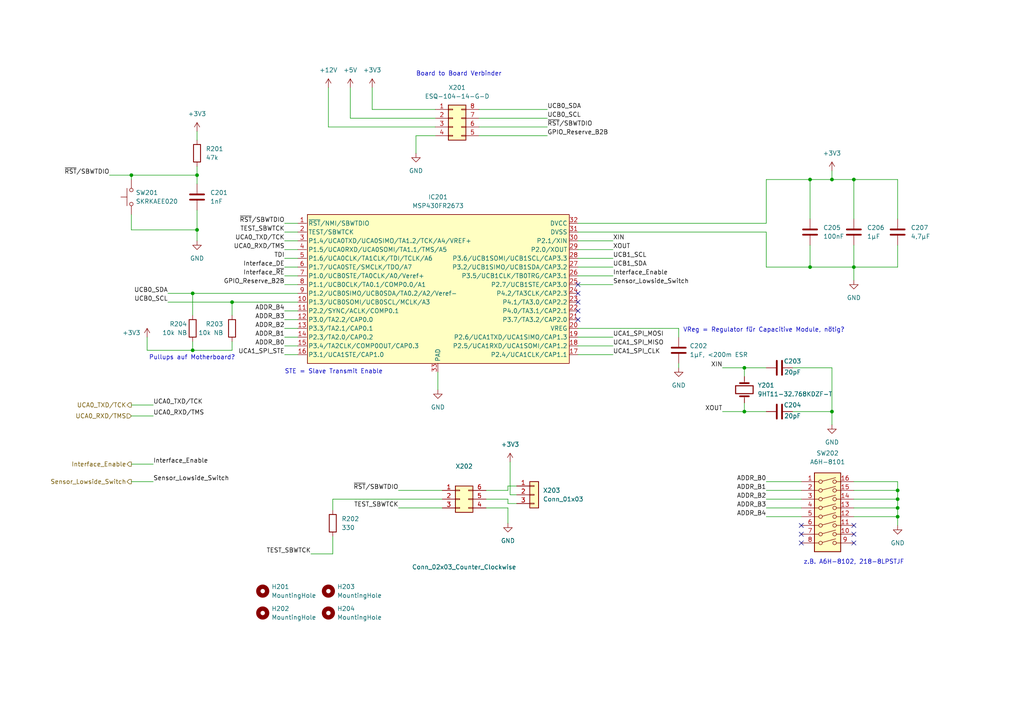
<source format=kicad_sch>
(kicad_sch (version 20211123) (generator eeschema)
  (paper "A4")
  (lib_symbols
    (symbol "Connector_Generic:Conn_01x03" (pin_names (offset 1.016) hide)
      (property "Reference" "J" (at 0 5.08 0))
      (property "Value" "Conn_01x03" (at 0 -5.08 0))
      (symbol "Conn_01x03_1_1"
        (rectangle (start -1.27 -2.413) (end 0 -2.667) (stroke (width 0.1524)))
        (rectangle (start -1.27 0.127) (end 0 -0.127) (stroke (width 0.1524)))
        (rectangle (start -1.27 2.667) (end 0 2.413) (stroke (width 0.1524)))
        (rectangle (start -1.27 3.81) (end 1.27 -3.81) (stroke (width 0.254)) (fill (type background)))
        (pin passive line (at -5.08 2.54 0) (length 3.81) (name "Pin_1") (number "1"))
        (pin passive line (at -5.08 0 0) (length 3.81) (name "Pin_2") (number "2"))
        (pin passive line (at -5.08 -2.54 0) (length 3.81) (name "Pin_3") (number "3"))
      )
    )
    (symbol "Connector_Generic:Conn_02x03_Counter_Clockwise" (pin_names (offset 1.016) hide)
      (property "Reference" "J" (at 1.27 5.08 0))
      (property "Value" "Conn_02x03_Counter_Clockwise" (at 1.27 -5.08 0))
      (symbol "Conn_02x03_Counter_Clockwise_1_1"
        (rectangle (start -1.27 -2.413) (end 0 -2.667) (stroke (width 0.1524)))
        (rectangle (start -1.27 0.127) (end 0 -0.127) (stroke (width 0.1524)))
        (rectangle (start -1.27 2.667) (end 0 2.413) (stroke (width 0.1524)))
        (rectangle (start -1.27 3.81) (end 3.81 -3.81) (stroke (width 0.254)) (fill (type background)))
        (rectangle (start 3.81 -2.413) (end 2.54 -2.667) (stroke (width 0.1524)))
        (rectangle (start 3.81 0.127) (end 2.54 -0.127) (stroke (width 0.1524)))
        (rectangle (start 3.81 2.667) (end 2.54 2.413) (stroke (width 0.1524)))
        (pin passive line (at -5.08 2.54 0) (length 3.81) (name "Pin_1") (number "1"))
        (pin passive line (at -5.08 0 0) (length 3.81) (name "Pin_2") (number "2"))
        (pin passive line (at -5.08 -2.54 0) (length 3.81) (name "Pin_3") (number "3"))
        (pin passive line (at 7.62 -2.54 180) (length 3.81) (name "Pin_4") (number "4"))
        (pin passive line (at 7.62 0 180) (length 3.81) (name "Pin_5") (number "5"))
        (pin passive line (at 7.62 2.54 180) (length 3.81) (name "Pin_6") (number "6"))
      )
    )
    (symbol "Connector_Generic:Conn_02x04_Counter_Clockwise" (pin_names (offset 1.016) hide)
      (property "Reference" "J" (at 1.27 5.08 0))
      (property "Value" "Conn_02x04_Counter_Clockwise" (at 1.27 -7.62 0))
      (symbol "Conn_02x04_Counter_Clockwise_1_1"
        (rectangle (start -1.27 -4.953) (end 0 -5.207) (stroke (width 0.1524)))
        (rectangle (start -1.27 -2.413) (end 0 -2.667) (stroke (width 0.1524)))
        (rectangle (start -1.27 0.127) (end 0 -0.127) (stroke (width 0.1524)))
        (rectangle (start -1.27 2.667) (end 0 2.413) (stroke (width 0.1524)))
        (rectangle (start -1.27 3.81) (end 3.81 -6.35) (stroke (width 0.254)) (fill (type background)))
        (rectangle (start 3.81 -4.953) (end 2.54 -5.207) (stroke (width 0.1524)))
        (rectangle (start 3.81 -2.413) (end 2.54 -2.667) (stroke (width 0.1524)))
        (rectangle (start 3.81 0.127) (end 2.54 -0.127) (stroke (width 0.1524)))
        (rectangle (start 3.81 2.667) (end 2.54 2.413) (stroke (width 0.1524)))
        (pin passive line (at -5.08 2.54 0) (length 3.81) (name "Pin_1") (number "1"))
        (pin passive line (at -5.08 0 0) (length 3.81) (name "Pin_2") (number "2"))
        (pin passive line (at -5.08 -2.54 0) (length 3.81) (name "Pin_3") (number "3"))
        (pin passive line (at -5.08 -5.08 0) (length 3.81) (name "Pin_4") (number "4"))
        (pin passive line (at 7.62 -5.08 180) (length 3.81) (name "Pin_5") (number "5"))
        (pin passive line (at 7.62 -2.54 180) (length 3.81) (name "Pin_6") (number "6"))
        (pin passive line (at 7.62 0 180) (length 3.81) (name "Pin_7") (number "7"))
        (pin passive line (at 7.62 2.54 180) (length 3.81) (name "Pin_8") (number "8"))
      )
    )
    (symbol "Device:C" (pin_numbers hide) (pin_names (offset 0.254))
      (property "Reference" "C" (at 0.635 2.54 0))
      (property "Value" "C" (at 0.635 -2.54 0))
      (symbol "C_0_1"
        (polyline (pts (xy -2.032 -0.762) (xy 2.032 -0.762)) (stroke (width 0.508)))
        (polyline (pts (xy -2.032 0.762) (xy 2.032 0.762)) (stroke (width 0.508)))
      )
      (symbol "C_1_1"
        (pin passive line (at 0 3.81 270) (length 2.794) (name "~") (number "1"))
        (pin passive line (at 0 -3.81 90) (length 2.794) (name "~") (number "2"))
      )
    )
    (symbol "Device:Crystal" (pin_numbers hide) (pin_names (offset 1.016) hide)
      (property "Reference" "Y" (at 0 3.81 0))
      (property "Value" "Crystal" (at 0 -3.81 0))
      (symbol "Crystal_0_1"
        (rectangle (start -1.143 2.54) (end 1.143 -2.54) (stroke (width 0.3048)))
        (polyline (pts (xy -2.54 0) (xy -1.905 0)))
        (polyline (pts (xy -1.905 -1.27) (xy -1.905 1.27)) (stroke (width 0.508)))
        (polyline (pts (xy 1.905 -1.27) (xy 1.905 1.27)) (stroke (width 0.508)))
        (polyline (pts (xy 2.54 0) (xy 1.905 0)))
      )
      (symbol "Crystal_1_1"
        (pin passive line (at -3.81 0 0) (length 1.27) (name "1") (number "1"))
        (pin passive line (at 3.81 0 180) (length 1.27) (name "2") (number "2"))
      )
    )
    (symbol "Device:R" (pin_numbers hide) (pin_names (offset 0))
      (property "Reference" "R" (at 2.032 0 90))
      (property "Value" "R" (at 0 0 90))
      (symbol "R_0_1"
        (rectangle (start -1.016 -2.54) (end 1.016 2.54) (stroke (width 0.254)))
      )
      (symbol "R_1_1"
        (pin passive line (at 0 3.81 270) (length 1.27) (name "~") (number "1"))
        (pin passive line (at 0 -3.81 90) (length 1.27) (name "~") (number "2"))
      )
    )
    (symbol "HER_Symbole:MSP430FR267*"
      (property "Reference" "U?" (at 39.42 2.54 0))
      (property "Value" "MSP430FR267*" (at 39.42 0 0))
      (symbol "MSP430FR267*_0_1"
        (rectangle (start 0.254 -2.54) (end 76.2 -45.72) (stroke (width 0.2)) (fill (type background)))
      )
      (symbol "MSP430FR267*_1_1"
        (pin bidirectional line (at -2.54 -5.08 0) (length 2.54) (name "~{RST}/NMI/SBWTDIO") (number "1"))
        (pin bidirectional line (at -2.54 -27.94 0) (length 2.54) (name "P1.3/UCB0SOMI/UCB0SCL/MCLK/A3") (number "10"))
        (pin bidirectional line (at -2.54 -30.48 0) (length 2.54) (name "P2.2/SYNC/ACLK/COMP0.1") (number "11"))
        (pin bidirectional line (at -2.54 -33.02 0) (length 2.54) (name "P3.0/TA2.2/CAP0.0") (number "12"))
        (pin bidirectional line (at -2.54 -35.56 0) (length 2.54) (name "P3.3/TA2.1/CAP0.1") (number "13"))
        (pin bidirectional line (at -2.54 -38.1 0) (length 2.54) (name "P2.3/TA2.0/CAP0.2") (number "14"))
        (pin bidirectional line (at -2.54 -40.64 0) (length 2.54) (name "P3.4/TA2CLK/COMP0OUT/CAP0.3") (number "15"))
        (pin bidirectional line (at -2.54 -43.18 0) (length 2.54) (name "P3.1/UCA1STE/CAP1.0") (number "16"))
        (pin bidirectional line (at 78.74 -43.18 180) (length 2.54) (name "P2.4/UCA1CLK/CAP1.1") (number "17"))
        (pin bidirectional line (at 78.74 -40.64 180) (length 2.54) (name "P2.5/UCA1RXD/UCA1SOMI/CAP1.2") (number "18"))
        (pin bidirectional line (at 78.74 -38.1 180) (length 2.54) (name "P2.6/UCA1TXD/UCA1SIMO/CAP1.3") (number "19"))
        (pin bidirectional line (at -2.54 -7.62 0) (length 2.54) (name "TEST/SBWTCK") (number "2"))
        (pin bidirectional line (at 78.74 -35.56 180) (length 2.54) (name "VREG") (number "20"))
        (pin bidirectional line (at 78.74 -33.02 180) (length 2.54) (name "P3.7/TA3.2/CAP2.0") (number "21"))
        (pin bidirectional line (at 78.74 -30.48 180) (length 2.54) (name "P4.0/TA3.1/CAP2.1") (number "22"))
        (pin bidirectional line (at 78.74 -27.94 180) (length 2.54) (name "P4.1/TA3.0/CAP2.2") (number "23"))
        (pin bidirectional line (at 78.74 -25.4 180) (length 2.54) (name "P4.2/TA3CLK/CAP2.3") (number "24"))
        (pin bidirectional line (at 78.74 -22.86 180) (length 2.54) (name "P2.7/UCB1STE/CAP3.0") (number "25"))
        (pin bidirectional line (at 78.74 -20.32 180) (length 2.54) (name "P3.5/UCB1CLK/TB0TRG/CAP3.1") (number "26"))
        (pin bidirectional line (at 78.74 -17.78 180) (length 2.54) (name "P3.2/UCB1SIMO/UCB1SDA/CAP3.2") (number "27"))
        (pin bidirectional line (at 78.74 -15.24 180) (length 2.54) (name "P3.6/UCB1SOMI/UCB1SCL/CAP3.3") (number "28"))
        (pin bidirectional line (at 78.74 -12.7 180) (length 2.54) (name "P2.0/XOUT") (number "29"))
        (pin bidirectional line (at -2.54 -10.16 0) (length 2.54) (name "P1.4/UCA0TXD/UCA0SIMO/TA1.2/TCK/A4/VREF+") (number "3"))
        (pin bidirectional line (at 78.74 -10.16 180) (length 2.54) (name "P2.1/XIN") (number "30"))
        (pin power_in line (at 78.74 -7.62 180) (length 2.54) (name "DVSS") (number "31"))
        (pin power_in line (at 78.74 -5.08 180) (length 2.54) (name "DVCC") (number "32"))
        (pin power_in line (at 38.1 -48.26 90) (length 2.54) (name "PAD") (number "33"))
        (pin bidirectional line (at -2.54 -12.7 0) (length 2.54) (name "P1.5/UCA0RXD/UCA0SOMI/TA1.1/TMS/A5") (number "4"))
        (pin bidirectional line (at -2.54 -15.24 0) (length 2.54) (name "P1.6/UCA0CLK/TA1CLK/TDI/TCLK/A6") (number "5"))
        (pin bidirectional line (at -2.54 -17.78 0) (length 2.54) (name "P1.7/UCA0STE/SMCLK/TDO/A7") (number "6"))
        (pin bidirectional line (at -2.54 -20.32 0) (length 2.54) (name "P1.0/UCB0STE/TA0CLK/A0/Veref+") (number "7"))
        (pin bidirectional line (at -2.54 -22.86 0) (length 2.54) (name "P1.1/UCB0CLK/TA0.1/COMP0.0/A1") (number "8"))
        (pin bidirectional line (at -2.54 -25.4 0) (length 2.54) (name "P1.2/UCB0SIMO/UCB0SDA/TA0.2/A2/Veref-") (number "9"))
      )
    )
    (symbol "Mechanical:MountingHole" (pin_names (offset 1.016))
      (property "Reference" "H" (at 0 5.08 0))
      (property "Value" "MountingHole" (at 0 3.175 0))
      (symbol "MountingHole_0_1"
        (circle (center 0 0) (radius 1.27) (stroke (width 1.27)))
      )
    )
    (symbol "Switch:SW_DIP_x08" (pin_names (offset 0) hide)
      (property "Reference" "SW" (at 0 13.97 0))
      (property "Value" "SW_DIP_x08" (at 0 -11.43 0))
      (symbol "SW_DIP_x08_0_0"
        (circle (center -2.032 -7.62) (radius 0.508))
        (circle (center -2.032 -5.08) (radius 0.508))
        (circle (center -2.032 -2.54) (radius 0.508))
        (circle (center -2.032 0) (radius 0.508))
        (circle (center -2.032 2.54) (radius 0.508))
        (circle (center -2.032 5.08) (radius 0.508))
        (circle (center -2.032 7.62) (radius 0.508))
        (circle (center -2.032 10.16) (radius 0.508))
        (polyline (pts (xy -1.524 -7.4676) (xy 2.3622 -6.4262)))
        (polyline (pts (xy -1.524 -4.9276) (xy 2.3622 -3.8862)))
        (polyline (pts (xy -1.524 -2.3876) (xy 2.3622 -1.3462)))
        (polyline (pts (xy -1.524 0.127) (xy 2.3622 1.1684)))
        (polyline (pts (xy -1.524 2.667) (xy 2.3622 3.7084)))
        (polyline (pts (xy -1.524 5.207) (xy 2.3622 6.2484)))
        (polyline (pts (xy -1.524 7.747) (xy 2.3622 8.7884)))
        (polyline (pts (xy -1.524 10.287) (xy 2.3622 11.3284)))
        (circle (center 2.032 -7.62) (radius 0.508))
        (circle (center 2.032 -5.08) (radius 0.508))
        (circle (center 2.032 -2.54) (radius 0.508))
        (circle (center 2.032 0) (radius 0.508))
        (circle (center 2.032 2.54) (radius 0.508))
        (circle (center 2.032 5.08) (radius 0.508))
        (circle (center 2.032 7.62) (radius 0.508))
        (circle (center 2.032 10.16) (radius 0.508))
      )
      (symbol "SW_DIP_x08_0_1"
        (rectangle (start -3.81 12.7) (end 3.81 -10.16) (stroke (width 0.254)) (fill (type background)))
      )
      (symbol "SW_DIP_x08_1_1"
        (pin passive line (at -7.62 10.16 0) (length 5.08) (name "~") (number "1"))
        (pin passive line (at 7.62 -5.08 180) (length 5.08) (name "~") (number "10"))
        (pin passive line (at 7.62 -2.54 180) (length 5.08) (name "~") (number "11"))
        (pin passive line (at 7.62 0 180) (length 5.08) (name "~") (number "12"))
        (pin passive line (at 7.62 2.54 180) (length 5.08) (name "~") (number "13"))
        (pin passive line (at 7.62 5.08 180) (length 5.08) (name "~") (number "14"))
        (pin passive line (at 7.62 7.62 180) (length 5.08) (name "~") (number "15"))
        (pin passive line (at 7.62 10.16 180) (length 5.08) (name "~") (number "16"))
        (pin passive line (at -7.62 7.62 0) (length 5.08) (name "~") (number "2"))
        (pin passive line (at -7.62 5.08 0) (length 5.08) (name "~") (number "3"))
        (pin passive line (at -7.62 2.54 0) (length 5.08) (name "~") (number "4"))
        (pin passive line (at -7.62 0 0) (length 5.08) (name "~") (number "5"))
        (pin passive line (at -7.62 -2.54 0) (length 5.08) (name "~") (number "6"))
        (pin passive line (at -7.62 -5.08 0) (length 5.08) (name "~") (number "7"))
        (pin passive line (at -7.62 -7.62 0) (length 5.08) (name "~") (number "8"))
        (pin passive line (at 7.62 -7.62 180) (length 5.08) (name "~") (number "9"))
      )
    )
    (symbol "Switch:SW_Push" (pin_numbers hide) (pin_names (offset 1.016) hide)
      (property "Reference" "SW" (at 1.27 2.54 0))
      (property "Value" "SW_Push" (at 0 -1.524 0))
      (symbol "SW_Push_0_1"
        (circle (center -2.032 0) (radius 0.508))
        (polyline (pts (xy 0 1.27) (xy 0 3.048)))
        (polyline (pts (xy 2.54 1.27) (xy -2.54 1.27)))
        (circle (center 2.032 0) (radius 0.508))
        (pin passive line (at -5.08 0 0) (length 2.54) (name "1") (number "1"))
        (pin passive line (at 5.08 0 180) (length 2.54) (name "2") (number "2"))
      )
    )
    (symbol "power:+12V" (power) (pin_names (offset 0))
      (property "Value" "+12V" (at 0 3.556 0))
      (symbol "+12V_0_1"
        (polyline (pts (xy -0.762 1.27) (xy 0 2.54)))
        (polyline (pts (xy 0 0) (xy 0 2.54)))
        (polyline (pts (xy 0 2.54) (xy 0.762 1.27)))
      )
      (symbol "+12V_1_1"
        (pin power_in line (at 0 0 90) (length 0) hide (name "+12V") (number "1"))
      )
    )
    (symbol "power:+3.3V" (power) (pin_names (offset 0))
      (property "Value" "+3.3V" (at 0 3.556 0))
      (symbol "+3.3V_0_1"
        (polyline (pts (xy -0.762 1.27) (xy 0 2.54)))
        (polyline (pts (xy 0 0) (xy 0 2.54)))
        (polyline (pts (xy 0 2.54) (xy 0.762 1.27)))
      )
      (symbol "+3.3V_1_1"
        (pin power_in line (at 0 0 90) (length 0) hide (name "+3V3") (number "1"))
      )
    )
    (symbol "power:+3V3" (power) (pin_names (offset 0))
      (property "Value" "+3V3" (at 0 3.556 0))
      (symbol "+3V3_0_1"
        (polyline (pts (xy -0.762 1.27) (xy 0 2.54)))
        (polyline (pts (xy 0 0) (xy 0 2.54)))
        (polyline (pts (xy 0 2.54) (xy 0.762 1.27)))
      )
      (symbol "+3V3_1_1"
        (pin power_in line (at 0 0 90) (length 0) hide (name "+3V3") (number "1"))
      )
    )
    (symbol "power:+5V" (power) (pin_names (offset 0))
      (property "Value" "+5V" (at 0 3.556 0))
      (symbol "+5V_0_1"
        (polyline (pts (xy -0.762 1.27) (xy 0 2.54)))
        (polyline (pts (xy 0 0) (xy 0 2.54)))
        (polyline (pts (xy 0 2.54) (xy 0.762 1.27)))
      )
      (symbol "+5V_1_1"
        (pin power_in line (at 0 0 90) (length 0) hide (name "+5V") (number "1"))
      )
    )
    (symbol "power:GND" (power) (pin_names (offset 0))
      (property "Value" "GND" (at 0 -3.81 0))
      (symbol "GND_0_1"
        (polyline (pts (xy 0 0) (xy 0 -1.27) (xy 1.27 -1.27) (xy 0 -2.54) (xy -1.27 -1.27) (xy 0 -1.27)))
      )
      (symbol "GND_1_1"
        (pin power_in line (at 0 0 270) (length 0) hide (name "GND") (number "1"))
      )
    )
  )
  (junction (at 260.35 147.32))
  (junction (at 234.95 52.07))
  (junction (at 57.15 66.675))
  (junction (at 67.31 87.63))
  (junction (at 241.3 52.07))
  (junction (at 215.9 119.38))
  (junction (at 260.35 142.24))
  (junction (at 57.15 50.8))
  (junction (at 38.1 50.8))
  (junction (at 260.35 149.86))
  (junction (at 241.3 119.38))
  (junction (at 234.95 77.47))
  (junction (at 260.35 144.78))
  (junction (at 55.88 85.09))
  (junction (at 55.88 101.6))
  (junction (at 215.9 106.68))
  (junction (at 247.65 52.07))
  (junction (at 247.65 77.47))
  (no_connect (at 247.65 152.4))
  (no_connect (at 247.65 154.94))
  (no_connect (at 232.41 154.94))
  (no_connect (at 247.65 157.48))
  (no_connect (at 167.64 82.55))
  (no_connect (at 167.64 85.09))
  (no_connect (at 167.64 90.17))
  (no_connect (at 167.64 92.71))
  (no_connect (at 167.64 87.63))
  (no_connect (at 232.41 157.48))
  (no_connect (at 232.41 152.4))
  (wire (pts (xy 31.75 50.8) (xy 38.1 50.8)))
  (wire (pts (xy 138.938 34.29) (xy 158.75 34.29)))
  (wire (pts (xy 82.55 82.55) (xy 86.36 82.55)))
  (wire (pts (xy 42.6721 97.79) (xy 42.6721 101.6)))
  (wire (pts (xy 55.88 85.09) (xy 86.36 85.09)))
  (wire (pts (xy 82.55 80.01) (xy 86.36 80.01)))
  (wire (pts (xy 126.238 31.75) (xy 107.95 31.75)))
  (wire (pts (xy 260.35 139.7) (xy 260.35 142.24)))
  (wire (pts (xy 101.6 25.4) (xy 101.6 34.29)))
  (wire (pts (xy 222.25 77.47) (xy 234.95 77.47)))
  (wire (pts (xy 55.88 99.06) (xy 55.88 101.6)))
  (wire (pts (xy 82.55 77.47) (xy 86.36 77.47)))
  (wire (pts (xy 234.95 52.07) (xy 241.3 52.07)))
  (wire (pts (xy 247.65 142.24) (xy 260.35 142.24)))
  (wire (pts (xy 167.64 69.85) (xy 177.8 69.85)))
  (wire (pts (xy 232.41 147.32) (xy 222.25 147.32)))
  (wire (pts (xy 260.35 52.07) (xy 260.35 63.5)))
  (wire (pts (xy 128.27 147.32) (xy 115.57 147.32)))
  (wire (pts (xy 247.65 52.07) (xy 247.65 63.5)))
  (wire (pts (xy 126.238 34.29) (xy 101.6 34.29)))
  (wire (pts (xy 232.41 139.7) (xy 222.25 139.7)))
  (wire (pts (xy 48.7045 85.09) (xy 55.88 85.09)))
  (wire (pts (xy 140.97 147.32) (xy 147.32 147.32)))
  (wire (pts (xy 196.85 95.25) (xy 196.85 97.79)))
  (wire (pts (xy 138.938 39.37) (xy 158.75 39.37)))
  (wire (pts (xy 167.64 77.47) (xy 177.8 77.47)))
  (wire (pts (xy 120.65 39.37) (xy 120.65 44.45)))
  (wire (pts (xy 232.41 149.86) (xy 222.25 149.86)))
  (wire (pts (xy 138.938 31.75) (xy 158.75 31.75)))
  (wire (pts (xy 260.35 147.32) (xy 260.35 149.86)))
  (wire (pts (xy 82.55 97.79) (xy 86.36 97.79)))
  (wire (pts (xy 215.9 119.38) (xy 222.25 119.38)))
  (wire (pts (xy 57.15 66.675) (xy 57.15 69.85)))
  (wire (pts (xy 82.55 67.31) (xy 86.36 67.31)))
  (wire (pts (xy 247.65 77.47) (xy 234.95 77.47)))
  (wire (pts (xy 167.64 64.77) (xy 222.25 64.77)))
  (wire (pts (xy 241.3 119.38) (xy 241.3 123.19)))
  (wire (pts (xy 67.31 87.63) (xy 67.31 91.44)))
  (wire (pts (xy 48.7045 87.63) (xy 67.31 87.63)))
  (wire (pts (xy 247.65 52.07) (xy 260.35 52.07)))
  (wire (pts (xy 260.35 77.47) (xy 247.65 77.47)))
  (wire (pts (xy 82.55 64.77) (xy 86.36 64.77)))
  (wire (pts (xy 222.25 64.77) (xy 222.25 52.07)))
  (wire (pts (xy 96.52 144.78) (xy 128.27 144.78)))
  (wire (pts (xy 82.55 72.39) (xy 86.36 72.39)))
  (wire (pts (xy 149.86 140.97) (xy 147.32 140.97)))
  (wire (pts (xy 260.35 149.86) (xy 260.35 152.4)))
  (wire (pts (xy 247.65 77.47) (xy 247.65 81.28)))
  (wire (pts (xy 260.35 144.78) (xy 260.35 147.32)))
  (wire (pts (xy 82.55 74.93) (xy 86.36 74.93)))
  (wire (pts (xy 167.64 95.25) (xy 196.85 95.25)))
  (wire (pts (xy 149.86 143.51) (xy 147.955 143.51)))
  (wire (pts (xy 222.25 67.31) (xy 222.25 77.47)))
  (wire (pts (xy 127 107.95) (xy 127 113.03)))
  (wire (pts (xy 241.3 49.53) (xy 241.3 52.07)))
  (wire (pts (xy 167.64 102.87) (xy 177.8 102.87)))
  (wire (pts (xy 55.88 85.09) (xy 55.88 91.44)))
  (wire (pts (xy 241.3 106.68) (xy 241.3 119.38)))
  (wire (pts (xy 247.65 139.7) (xy 260.35 139.7)))
  (wire (pts (xy 107.95 25.4) (xy 107.95 31.75)))
  (wire (pts (xy 247.65 77.47) (xy 247.65 71.12)))
  (wire (pts (xy 167.64 72.39) (xy 177.8 72.39)))
  (wire (pts (xy 149.86 146.05) (xy 147.32 146.05)))
  (wire (pts (xy 247.65 147.32) (xy 260.35 147.32)))
  (wire (pts (xy 82.55 92.71) (xy 86.36 92.71)))
  (wire (pts (xy 167.64 100.33) (xy 177.8 100.33)))
  (wire (pts (xy 38.1 117.475) (xy 44.45 117.475)))
  (wire (pts (xy 126.238 39.37) (xy 120.65 39.37)))
  (wire (pts (xy 229.87 106.68) (xy 241.3 106.68)))
  (wire (pts (xy 90.17 160.655) (xy 96.52 160.655)))
  (wire (pts (xy 96.52 144.78) (xy 96.52 147.955)))
  (wire (pts (xy 57.15 60.96) (xy 57.15 66.675)))
  (wire (pts (xy 140.97 142.24) (xy 147.32 142.24)))
  (wire (pts (xy 82.55 100.33) (xy 86.36 100.33)))
  (wire (pts (xy 38.1 66.675) (xy 57.15 66.675)))
  (wire (pts (xy 95.25 25.4) (xy 95.25 36.83)))
  (wire (pts (xy 38.1 139.7) (xy 44.45 139.7)))
  (wire (pts (xy 86.36 90.17) (xy 82.55 90.17)))
  (wire (pts (xy 167.64 82.55) (xy 177.8 82.55)))
  (wire (pts (xy 38.1 50.8) (xy 38.1 52.07)))
  (wire (pts (xy 138.938 36.83) (xy 158.75 36.83)))
  (wire (pts (xy 260.35 71.12) (xy 260.35 77.47)))
  (wire (pts (xy 147.32 144.78) (xy 140.97 144.78)))
  (wire (pts (xy 241.3 119.38) (xy 229.87 119.38)))
  (wire (pts (xy 57.15 38.1) (xy 57.15 40.64)))
  (wire (pts (xy 57.15 48.26) (xy 57.15 50.8)))
  (wire (pts (xy 38.1 50.8) (xy 57.15 50.8)))
  (wire (pts (xy 147.32 147.32) (xy 147.32 151.765)))
  (wire (pts (xy 167.64 74.93) (xy 177.8 74.93)))
  (wire (pts (xy 232.41 142.24) (xy 222.25 142.24)))
  (wire (pts (xy 147.955 133.985) (xy 147.955 143.51)))
  (wire (pts (xy 38.1 62.23) (xy 38.1 66.675)))
  (wire (pts (xy 42.6721 101.6) (xy 55.88 101.6)))
  (wire (pts (xy 55.88 101.6) (xy 67.3101 101.6)))
  (wire (pts (xy 222.25 52.07) (xy 234.95 52.07)))
  (wire (pts (xy 260.35 149.86) (xy 247.65 149.86)))
  (wire (pts (xy 167.64 97.79) (xy 177.8 97.79)))
  (wire (pts (xy 215.9 106.68) (xy 215.9 109.22)))
  (wire (pts (xy 260.35 142.24) (xy 260.35 144.78)))
  (wire (pts (xy 241.3 52.07) (xy 247.65 52.07)))
  (wire (pts (xy 38.1 120.65) (xy 44.45 120.65)))
  (wire (pts (xy 147.32 146.05) (xy 147.32 144.78)))
  (wire (pts (xy 167.64 67.31) (xy 222.25 67.31)))
  (wire (pts (xy 209.55 106.68) (xy 215.9 106.68)))
  (wire (pts (xy 126.238 36.83) (xy 95.25 36.83)))
  (wire (pts (xy 209.55 119.38) (xy 215.9 119.38)))
  (wire (pts (xy 215.9 116.84) (xy 215.9 119.38)))
  (wire (pts (xy 82.55 102.87) (xy 86.36 102.87)))
  (wire (pts (xy 82.55 95.25) (xy 86.36 95.25)))
  (wire (pts (xy 167.64 80.01) (xy 177.8 80.01)))
  (wire (pts (xy 96.52 155.575) (xy 96.52 160.655)))
  (wire (pts (xy 260.35 144.78) (xy 247.65 144.78)))
  (wire (pts (xy 38.1 134.62) (xy 44.45 134.62)))
  (wire (pts (xy 67.31 99.06) (xy 67.3101 101.6)))
  (wire (pts (xy 115.57 142.24) (xy 128.27 142.24)))
  (wire (pts (xy 82.55 69.85) (xy 86.36 69.85)))
  (wire (pts (xy 147.32 140.97) (xy 147.32 142.24)))
  (wire (pts (xy 196.85 105.41) (xy 196.85 106.68)))
  (wire (pts (xy 234.95 77.47) (xy 234.95 71.12)))
  (wire (pts (xy 57.15 50.8) (xy 57.15 53.34)))
  (wire (pts (xy 232.41 144.78) (xy 222.25 144.78)))
  (wire (pts (xy 67.31 87.63) (xy 86.36 87.63)))
  (wire (pts (xy 215.9 106.68) (xy 222.25 106.68)))
  (wire (pts (xy 234.95 52.07) (xy 234.95 63.5)))
  (text "STE = Slave Transmit Enable" (at 82.55 108.585 0) (effects (font (size 1.27 1.27)) (justify left bottom)))
  (text "Pullups auf Motherboard?" (at 43.18 104.521 0) (effects (font (size 1.27 1.27)) (justify left bottom)))
  (text "Board to Board Verbinder\n" (at 120.65 22.225 0) (effects (font (size 1.27 1.27)) (justify left bottom)))
  (text "z.B. A6H-8102, 218-8LPSTJF\n" (at 233.045 163.83 0) (effects (font (size 1.27 1.27)) (justify left bottom)))
  (text "VReg = Regulator für Capacitive Module, nötig?" (at 198.12 96.52 0) (effects (font (size 1.27 1.27)) (justify left bottom)))
  (label "XIN" (at 177.8 69.85 0))
  (label "Sensor_Lowside_Switch" (at 177.8 82.55 0))
  (label "UCA1_SPI_STE" (at 82.55 102.87 180))
  (label "Interface_DE" (at 82.55 77.47 180))
  (label "Interface_Enable" (at 177.8 80.01 0))
  (label "UCB0_SDA" (at 48.7045 85.09 180))
  (label "UCA0_TXD{slash}TCK" (at 82.55 69.85 180))
  (label "ADDR_B0" (at 82.55 100.33 180))
  (label "XOUT" (at 209.55 119.38 180))
  (label "~{RST}{slash}SBWTDIO" (at 31.75 50.8 180))
  (label "Interface_~{RE}" (at 82.55 80.01 180))
  (label "UCB0_SDA" (at 158.75 31.75 0))
  (label "~{RST}{slash}SBWTDIO" (at 158.75 36.83 0))
  (label "ADDR_B2" (at 82.55 95.25 180))
  (label "UCB1_SCL" (at 177.8 74.93 0))
  (label "UCA0_TXD{slash}TCK" (at 44.45 117.475 0))
  (label "ADDR_B0" (at 222.25 139.7 180))
  (label "TEST_SBWTCK" (at 82.55 67.31 180))
  (label "~{RST}{slash}SBWTDIO" (at 115.57 142.24 180))
  (label "UCA0_RXD{slash}TMS" (at 82.55 72.39 180))
  (label "UCB1_SDA" (at 177.8 77.47 0))
  (label "GPIO_Reserve_B2B" (at 158.75 39.37 0))
  (label "ADDR_B3" (at 82.55 92.71 180))
  (label "UCB0_SCL" (at 158.75 34.29 0))
  (label "Interface_Enable" (at 44.45 134.62 0))
  (label "Sensor_Lowside_Switch" (at 44.45 139.7 0))
  (label "GPIO_Reserve_B2B" (at 82.55 82.55 180))
  (label "~{RST}{slash}SBWTDIO" (at 82.55 64.77 180))
  (label "TEST_SBWTCK" (at 90.17 160.655 180))
  (label "UCA0_RXD{slash}TMS" (at 44.45 120.65 0))
  (label "UCA1_SPI_MISO" (at 177.8 100.33 0))
  (label "ADDR_B2" (at 222.25 144.78 180))
  (label "TDI" (at 82.55 74.93 180))
  (label "ADDR_B1" (at 82.55 97.79 180))
  (label "XOUT" (at 177.8 72.39 0))
  (label "ADDR_B4" (at 222.25 149.86 180))
  (label "ADDR_B3" (at 222.25 147.32 180))
  (label "UCB0_SCL" (at 48.7045 87.63 180))
  (label "UCA1_SPI_MOSI" (at 177.8 97.79 0))
  (label "XIN" (at 209.55 106.68 180))
  (label "TEST_SBWTCK" (at 115.57 147.32 180))
  (label "UCA1_SPI_CLK" (at 177.8 102.87 0))
  (label "ADDR_B1" (at 222.25 142.24 180))
  (label "ADDR_B4" (at 82.55 90.17 180))
  (hierarchical_label "UCA0_TXD{slash}TCK" (shape output) (at 38.1 117.475 180))
  (hierarchical_label "UCA0_RXD{slash}TMS" (shape input) (at 38.1 120.65 180))
  (hierarchical_label "Interface_Enable" (shape output) (at 38.1 134.62 180))
  (hierarchical_label "Sensor_Lowside_Switch" (shape output) (at 38.1 139.7 180))
  (symbol (lib_id "power:+3V3") (at 42.6721 97.79 0) (unit 1)
    (property "Reference" "#PWR0211" (effects hide))
    (property "Value" "+3V3" (at 40.7671 96.5199 0) (effects (justify right)))
  )
  (symbol (lib_id "Switch:SW_Push") (at 38.1 57.15 90) (unit 1)
    (property "Reference" "SW201" (at 39.37 55.8799 90) (effects (justify right)))
    (property "Value" "SKRKAEE020" (at 39.37 58.4199 90) (effects (justify right)))
    (property "Footprint" "Button_Switch_SMD:SW_Push_SPST_NO_Alps_SKRK" (effects hide))
  )
  (symbol (lib_id "Device:C") (at 226.06 106.68 90) (unit 1)
    (property "Reference" "C203" (at 229.87 104.775 90))
    (property "Value" "20pF" (at 229.87 107.95 90))
    (property "Footprint" "Capacitor_SMD:C_0603_1608Metric_Pad1.08x0.95mm_HandSolder" (effects hide))
  )
  (symbol (lib_id "Switch:SW_DIP_x08") (at 240.03 149.86 0) (unit 1)
    (property "Reference" "SW202" (at 240.03 131.445 0))
    (property "Value" "A6H-8101" (at 240.03 133.985 0))
    (property "Footprint" "Button_Switch_SMD:SW_DIP_SPSTx08_Slide_Omron_A6H-8101_W6.15mm_P1.27mm" (effects hide))
    (property "Bauteil" "A6H-8102" (effects hide))
  )
  (symbol (lib_id "power:+3.3V") (at 147.955 133.985 0) (unit 1)
    (property "Reference" "#PWR0209" (effects hide))
    (property "Value" "+3.3V" (at 147.955 128.905 0))
  )
  (symbol (lib_id "power:GND") (at 147.32 151.765 0) (unit 1)
    (property "Reference" "#PWR0208" (effects hide))
    (property "Value" "GND" (at 147.32 156.845 0))
  )
  (symbol (lib_id "Device:C") (at 226.06 119.38 90) (unit 1)
    (property "Reference" "C204" (at 229.87 117.475 90))
    (property "Value" "20pF" (at 229.87 120.65 90))
    (property "Footprint" "Capacitor_SMD:C_0603_1608Metric_Pad1.08x0.95mm_HandSolder" (effects hide))
  )
  (symbol (lib_id "Device:C") (at 247.65 67.31 0) (unit 1)
    (property "Reference" "C206" (at 251.46 66.0399 0) (effects (justify left)))
    (property "Value" "1µF" (at 251.46 68.5799 0) (effects (justify left)))
    (property "Footprint" "Capacitor_SMD:C_0603_1608Metric_Pad1.08x0.95mm_HandSolder" (effects hide))
  )
  (symbol (lib_id "power:GND") (at 241.3 123.19 0) (unit 1)
    (property "Reference" "#PWR0213" (effects hide))
    (property "Value" "GND" (at 241.3 128.27 0))
  )
  (symbol (lib_id "Device:C") (at 196.85 101.6 0) (unit 1)
    (property "Reference" "C202" (at 200.025 100.3299 0) (effects (justify left)))
    (property "Value" "1µF, <200m ESR" (at 200.025 102.8699 0) (effects (justify left)))
    (property "Footprint" "Capacitor_SMD:C_0603_1608Metric_Pad1.08x0.95mm_HandSolder" (effects hide))
  )
  (symbol (lib_id "power:GND") (at 247.65 81.28 0) (unit 1)
    (property "Reference" "#PWR0214" (effects hide))
    (property "Value" "GND" (at 247.65 86.36 0))
  )
  (symbol (lib_id "Device:C") (at 260.35 67.31 0) (unit 1)
    (property "Reference" "C207" (at 264.16 66.0399 0) (effects (justify left)))
    (property "Value" "4,7µF" (at 264.16 68.5799 0) (effects (justify left)))
    (property "Footprint" "Capacitor_SMD:C_0603_1608Metric_Pad1.08x0.95mm_HandSolder" (effects hide))
  )
  (symbol (lib_id "Mechanical:MountingHole") (at 76.2 171.45 0) (unit 1)
    (property "Reference" "H201" (at 78.74 170.1799 0) (effects (justify left)))
    (property "Value" "MountingHole" (at 78.74 172.7199 0) (effects (justify left)))
    (property "Footprint" "MountingHole:MountingHole_2.7mm_M2.5" (effects hide))
  )
  (symbol (lib_id "power:GND") (at 260.35 152.4 0) (unit 1)
    (property "Reference" "#PWR0215" (effects hide))
    (property "Value" "GND" (at 260.35 157.48 0))
  )
  (symbol (lib_id "power:GND") (at 57.15 69.85 0) (unit 1)
    (property "Reference" "#PWR0202" (effects hide))
    (property "Value" "GND" (at 57.15 74.93 0))
  )
  (symbol (lib_id "Connector_Generic:Conn_02x04_Counter_Clockwise") (at 131.318 34.29 0) (unit 1)
    (property "Reference" "X201" (at 132.588 25.4 0))
    (property "Value" "ESQ-104-14-G-D" (at 132.588 27.94 0))
    (property "Footprint" "Connector_PinSocket_2.54mm:PinSocket_2x04_P2.54mm_Vertical" (effects hide))
  )
  (symbol (lib_id "power:+12V") (at 95.25 25.4 0) (unit 1)
    (property "Reference" "#PWR0203" (effects hide))
    (property "Value" "+12V" (at 95.25 20.32 0))
  )
  (symbol (lib_id "Device:C") (at 57.15 57.15 0) (unit 1)
    (property "Reference" "C201" (at 60.96 55.8799 0) (effects (justify left)))
    (property "Value" "1nF" (at 60.96 58.4199 0) (effects (justify left)))
    (property "Footprint" "Capacitor_SMD:C_0603_1608Metric_Pad1.08x0.95mm_HandSolder" (effects hide))
  )
  (symbol (lib_id "power:+3.3V") (at 107.95 25.4 0) (unit 1)
    (property "Reference" "#PWR0205" (effects hide))
    (property "Value" "+3.3V" (at 107.95 20.32 0))
  )
  (symbol (lib_id "Device:R") (at 67.31 95.25 0) (mirror y) (unit 1)
    (property "Reference" "R203" (at 64.77 93.9799 0) (effects (justify left)))
    (property "Value" "10k NB" (at 64.77 96.5199 0) (effects (justify left)))
    (property "Footprint" "Resistor_SMD:R_0603_1608Metric_Pad0.98x0.95mm_HandSolder" (effects hide))
  )
  (symbol (lib_id "Device:R") (at 57.15 44.45 0) (unit 1)
    (property "Reference" "R201" (at 59.69 43.1799 0) (effects (justify left)))
    (property "Value" "47k" (at 59.69 45.7199 0) (effects (justify left)))
    (property "Footprint" "Resistor_SMD:R_0603_1608Metric_Pad0.98x0.95mm_HandSolder" (effects hide))
  )
  (symbol (lib_id "Device:R") (at 55.88 95.25 0) (mirror y) (unit 1)
    (property "Reference" "R204" (at 54.2925 93.98 0) (effects (justify left)))
    (property "Value" "10k NB" (at 54.2925 96.52 0) (effects (justify left)))
    (property "Footprint" "Resistor_SMD:R_0603_1608Metric_Pad0.98x0.95mm_HandSolder" (effects hide))
  )
  (symbol (lib_id "Device:C") (at 234.95 67.31 0) (unit 1)
    (property "Reference" "C205" (at 238.76 66.0399 0) (effects (justify left)))
    (property "Value" "100nF" (at 238.76 68.5799 0) (effects (justify left)))
    (property "Footprint" "Capacitor_SMD:C_0603_1608Metric_Pad1.08x0.95mm_HandSolder" (effects hide))
  )
  (symbol (lib_id "Connector_Generic:Conn_01x03") (at 154.94 143.51 0) (unit 1)
    (property "Reference" "X203" (at 157.48 142.2399 0) (effects (justify left)))
    (property "Value" "Conn_01x03" (at 157.48 144.7799 0) (effects (justify left)))
    (property "Footprint" "Connector_PinHeader_2.54mm:PinHeader_1x03_P2.54mm_Vertical" (effects hide))
  )
  (symbol (lib_id "power:+5V") (at 101.6 25.4 0) (unit 1)
    (property "Reference" "#PWR0204" (effects hide))
    (property "Value" "+5V" (at 101.6 20.32 0))
  )
  (symbol (lib_id "Mechanical:MountingHole") (at 95.25 171.45 0) (unit 1)
    (property "Reference" "H203" (at 97.79 170.1799 0) (effects (justify left)))
    (property "Value" "MountingHole" (at 97.79 172.7199 0) (effects (justify left)))
    (property "Footprint" "MountingHole:MountingHole_2.7mm_M2.5" (effects hide))
  )
  (symbol (lib_id "Mechanical:MountingHole") (at 95.25 177.8 0) (unit 1)
    (property "Reference" "H204" (at 97.79 176.5299 0) (effects (justify left)))
    (property "Value" "MountingHole" (at 97.79 179.0699 0) (effects (justify left)))
    (property "Footprint" "MountingHole:MountingHole_2.7mm_M2.5" (effects hide))
  )
  (symbol (lib_id "power:+3V3") (at 241.3 49.53 0) (unit 1)
    (property "Reference" "#PWR0212" (effects hide))
    (property "Value" "+3V3" (at 241.3 44.45 0))
  )
  (symbol (lib_id "power:GND") (at 196.85 106.68 0) (unit 1)
    (property "Reference" "#PWR0210" (effects hide))
    (property "Value" "GND" (at 196.85 111.76 0))
  )
  (symbol (lib_id "Connector_Generic:Conn_02x03_Counter_Clockwise") (at 133.35 144.78 0) (unit 1)
    (property "Reference" "X202" (at 134.62 135.255 0))
    (property "Value" "Conn_02x03_Counter_Clockwise" (at 134.62 164.465 0))
    (property "Footprint" "Connector_PinHeader_2.54mm:PinHeader_2x03_P2.54mm_Vertical" (effects hide))
  )
  (symbol (lib_id "power:GND") (at 127 113.03 0) (unit 1)
    (property "Reference" "#PWR0207" (effects hide))
    (property "Value" "GND" (at 127 118.11 0))
  )
  (symbol (lib_id "Device:Crystal") (at 215.9 113.03 90) (unit 1)
    (property "Reference" "Y201" (at 219.71 111.7599 90) (effects (justify right)))
    (property "Value" "9HT11-32.768KDZF-T " (at 219.71 114.2999 90) (effects (justify right)))
    (property "Footprint" "Crystal:Crystal_SMD_TXC_9HT11-2Pin_2.0x1.2mm_HandSoldering" (effects hide))
    (property "Bauteil" "9HT11-32.768KDZF-T" (effects hide))
  )
  (symbol (lib_id "Device:R") (at 96.52 151.765 0) (unit 1)
    (property "Reference" "R202" (at 99.06 150.4949 0) (effects (justify left)))
    (property "Value" "330" (at 99.06 153.0349 0) (effects (justify left)))
    (property "Footprint" "Resistor_SMD:R_0603_1608Metric_Pad0.98x0.95mm_HandSolder" (effects hide))
  )
  (symbol (lib_id "power:+3V3") (at 57.15 38.1 0) (unit 1)
    (property "Reference" "#PWR0201" (effects hide))
    (property "Value" "+3V3" (at 57.15 33.02 0))
  )
  (symbol (lib_id "Mechanical:MountingHole") (at 76.2 177.8 0) (unit 1)
    (property "Reference" "H202" (at 78.74 176.5299 0) (effects (justify left)))
    (property "Value" "MountingHole" (at 78.74 179.0699 0) (effects (justify left)))
    (property "Footprint" "MountingHole:MountingHole_2.7mm_M2.5" (effects hide))
  )
  (symbol (lib_id "HER_Symbole:MSP430FR267*") (at 88.9 59.69 0) (unit 1)
    (property "Reference" "IC201" (at 127.05 57.15 0))
    (property "Value" "MSP430FR2673" (at 127.05 59.69 0))
    (property "Footprint" "Package_DFN_QFN:VQFN-32-1EP_5x5mm_P0.5mm_EP3.5x3.5mm" (effects hide))
  )
  (symbol (lib_id "power:GND") (at 120.65 44.45 0) (unit 1)
    (property "Reference" "#PWR0206" (effects hide))
    (property "Value" "GND" (at 120.65 49.53 0))
  )
)
</source>
